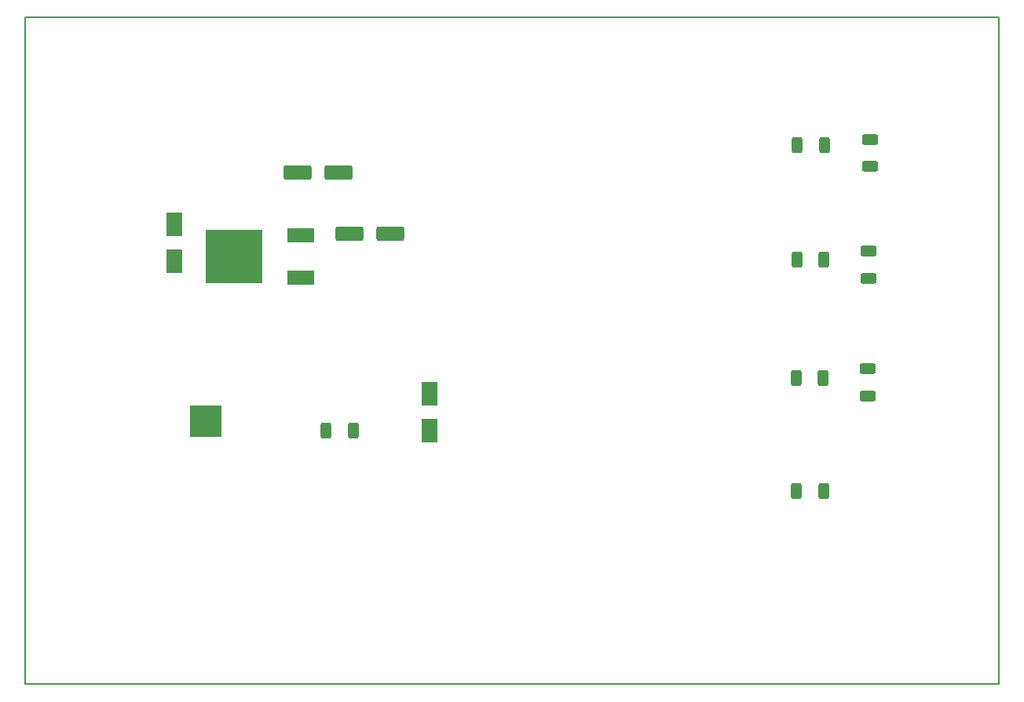
<source format=gbr>
%TF.GenerationSoftware,KiCad,Pcbnew,7.0.6*%
%TF.CreationDate,2024-03-05T09:49:15-05:00*%
%TF.ProjectId,IRON PCB 2.0,49524f4e-2050-4434-9220-322e302e6b69,rev?*%
%TF.SameCoordinates,Original*%
%TF.FileFunction,Paste,Bot*%
%TF.FilePolarity,Positive*%
%FSLAX46Y46*%
G04 Gerber Fmt 4.6, Leading zero omitted, Abs format (unit mm)*
G04 Created by KiCad (PCBNEW 7.0.6) date 2024-03-05 09:49:15*
%MOMM*%
%LPD*%
G01*
G04 APERTURE LIST*
G04 Aperture macros list*
%AMRoundRect*
0 Rectangle with rounded corners*
0 $1 Rounding radius*
0 $2 $3 $4 $5 $6 $7 $8 $9 X,Y pos of 4 corners*
0 Add a 4 corners polygon primitive as box body*
4,1,4,$2,$3,$4,$5,$6,$7,$8,$9,$2,$3,0*
0 Add four circle primitives for the rounded corners*
1,1,$1+$1,$2,$3*
1,1,$1+$1,$4,$5*
1,1,$1+$1,$6,$7*
1,1,$1+$1,$8,$9*
0 Add four rect primitives between the rounded corners*
20,1,$1+$1,$2,$3,$4,$5,0*
20,1,$1+$1,$4,$5,$6,$7,0*
20,1,$1+$1,$6,$7,$8,$9,0*
20,1,$1+$1,$8,$9,$2,$3,0*%
G04 Aperture macros list end*
%ADD10R,3.500000X3.500000*%
%ADD11RoundRect,0.250000X-0.625000X0.312500X-0.625000X-0.312500X0.625000X-0.312500X0.625000X0.312500X0*%
%ADD12RoundRect,0.250000X1.250000X0.550000X-1.250000X0.550000X-1.250000X-0.550000X1.250000X-0.550000X0*%
%ADD13R,1.700000X2.500000*%
%ADD14RoundRect,0.250000X0.312500X0.625000X-0.312500X0.625000X-0.312500X-0.625000X0.312500X-0.625000X0*%
%ADD15RoundRect,0.250000X-0.312500X-0.625000X0.312500X-0.625000X0.312500X0.625000X-0.312500X0.625000X0*%
%ADD16R,3.000000X1.600000*%
%ADD17R,6.200000X5.800000*%
%TA.AperFunction,Profile*%
%ADD18C,0.200000*%
%TD*%
G04 APERTURE END LIST*
D10*
%TO.C,J1*%
X86080000Y-78160000D03*
%TD*%
D11*
%TO.C,R7*%
X157480000Y-72497500D03*
X157480000Y-75422500D03*
%TD*%
D12*
%TO.C,C2*%
X105950000Y-57900000D03*
X101550000Y-57900000D03*
%TD*%
D13*
%TO.C,D1*%
X82660000Y-60900000D03*
X82660000Y-56900000D03*
%TD*%
D14*
%TO.C,R5*%
X101995000Y-79145000D03*
X99070000Y-79145000D03*
%TD*%
D12*
%TO.C,C1*%
X100410000Y-51320000D03*
X96010000Y-51320000D03*
%TD*%
D15*
%TO.C,R2*%
X149837500Y-48300000D03*
X152762500Y-48300000D03*
%TD*%
D11*
%TO.C,R9*%
X157700000Y-47737500D03*
X157700000Y-50662500D03*
%TD*%
D15*
%TO.C,R3*%
X149827500Y-60670000D03*
X152752500Y-60670000D03*
%TD*%
D11*
%TO.C,R8*%
X157570000Y-59797500D03*
X157570000Y-62722500D03*
%TD*%
D13*
%TO.C,D2*%
X110210000Y-75160000D03*
X110210000Y-79160000D03*
%TD*%
D15*
%TO.C,R4*%
X149737500Y-73450000D03*
X152662500Y-73450000D03*
%TD*%
%TO.C,R1*%
X149767500Y-85690000D03*
X152692500Y-85690000D03*
%TD*%
D16*
%TO.C,U7805*%
X96290000Y-58085000D03*
X96290000Y-62655000D03*
D17*
X89120000Y-60370000D03*
%TD*%
D18*
X66630000Y-34550000D02*
X171630000Y-34550000D01*
X171630000Y-106550000D01*
X66630000Y-106550000D01*
X66630000Y-34550000D01*
M02*

</source>
